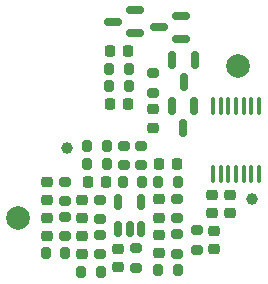
<source format=gbr>
%TF.GenerationSoftware,KiCad,Pcbnew,(6.0.1)*%
%TF.CreationDate,2023-02-09T13:33:18-07:00*%
%TF.ProjectId,NoteDetector,4e6f7465-4465-4746-9563-746f722e6b69,rev?*%
%TF.SameCoordinates,Original*%
%TF.FileFunction,Soldermask,Top*%
%TF.FilePolarity,Negative*%
%FSLAX46Y46*%
G04 Gerber Fmt 4.6, Leading zero omitted, Abs format (unit mm)*
G04 Created by KiCad (PCBNEW (6.0.1)) date 2023-02-09 13:33:18*
%MOMM*%
%LPD*%
G01*
G04 APERTURE LIST*
G04 Aperture macros list*
%AMRoundRect*
0 Rectangle with rounded corners*
0 $1 Rounding radius*
0 $2 $3 $4 $5 $6 $7 $8 $9 X,Y pos of 4 corners*
0 Add a 4 corners polygon primitive as box body*
4,1,4,$2,$3,$4,$5,$6,$7,$8,$9,$2,$3,0*
0 Add four circle primitives for the rounded corners*
1,1,$1+$1,$2,$3*
1,1,$1+$1,$4,$5*
1,1,$1+$1,$6,$7*
1,1,$1+$1,$8,$9*
0 Add four rect primitives between the rounded corners*
20,1,$1+$1,$2,$3,$4,$5,0*
20,1,$1+$1,$4,$5,$6,$7,0*
20,1,$1+$1,$6,$7,$8,$9,0*
20,1,$1+$1,$8,$9,$2,$3,0*%
G04 Aperture macros list end*
%ADD10RoundRect,0.200000X0.275000X-0.200000X0.275000X0.200000X-0.275000X0.200000X-0.275000X-0.200000X0*%
%ADD11RoundRect,0.225000X-0.250000X0.225000X-0.250000X-0.225000X0.250000X-0.225000X0.250000X0.225000X0*%
%ADD12RoundRect,0.200000X-0.200000X-0.275000X0.200000X-0.275000X0.200000X0.275000X-0.200000X0.275000X0*%
%ADD13RoundRect,0.200000X-0.275000X0.200000X-0.275000X-0.200000X0.275000X-0.200000X0.275000X0.200000X0*%
%ADD14RoundRect,0.225000X0.250000X-0.225000X0.250000X0.225000X-0.250000X0.225000X-0.250000X-0.225000X0*%
%ADD15C,1.000000*%
%ADD16RoundRect,0.225000X-0.225000X-0.250000X0.225000X-0.250000X0.225000X0.250000X-0.225000X0.250000X0*%
%ADD17RoundRect,0.225000X0.225000X0.250000X-0.225000X0.250000X-0.225000X-0.250000X0.225000X-0.250000X0*%
%ADD18RoundRect,0.200000X0.200000X0.275000X-0.200000X0.275000X-0.200000X-0.275000X0.200000X-0.275000X0*%
%ADD19RoundRect,0.150000X0.587500X0.150000X-0.587500X0.150000X-0.587500X-0.150000X0.587500X-0.150000X0*%
%ADD20RoundRect,0.150000X0.150000X-0.512500X0.150000X0.512500X-0.150000X0.512500X-0.150000X-0.512500X0*%
%ADD21RoundRect,0.150000X-0.150000X0.587500X-0.150000X-0.587500X0.150000X-0.587500X0.150000X0.587500X0*%
%ADD22C,2.000000*%
%ADD23RoundRect,0.100000X0.100000X-0.637500X0.100000X0.637500X-0.100000X0.637500X-0.100000X-0.637500X0*%
G04 APERTURE END LIST*
D10*
%TO.C,R7*%
X4136384Y-6450000D03*
X4136384Y-4800000D03*
%TD*%
D11*
%TO.C,C8*%
X-813616Y-9050000D03*
X-813616Y-10600000D03*
%TD*%
D12*
%TO.C,R11*%
X-438616Y-3375000D03*
X1211384Y-3375000D03*
%TD*%
D10*
%TO.C,R20*%
X2150000Y4175000D03*
X2150000Y5825000D03*
%TD*%
D13*
%TO.C,R16*%
X-2363616Y-4875000D03*
X-2363616Y-6525000D03*
%TD*%
D14*
%TO.C,C1*%
X-6838616Y-4950000D03*
X-6838616Y-3400000D03*
%TD*%
D15*
%TO.C,J2*%
X10500000Y-4850000D03*
%TD*%
D16*
%TO.C,C5*%
X-3388616Y-3375000D03*
X-1838616Y-3375000D03*
%TD*%
D13*
%TO.C,R12*%
X5800000Y-7475000D03*
X5800000Y-9125000D03*
%TD*%
D11*
%TO.C,C12*%
X7150000Y-4475000D03*
X7150000Y-6025000D03*
%TD*%
D13*
%TO.C,R17*%
X-2363616Y-7875000D03*
X-2363616Y-9525000D03*
%TD*%
D10*
%TO.C,R14*%
X686384Y-10650000D03*
X686384Y-9000000D03*
%TD*%
D17*
%TO.C,C7*%
X4161384Y-1875000D03*
X2611384Y-1875000D03*
%TD*%
D18*
%TO.C,R15*%
X-2313616Y-10975000D03*
X-3963616Y-10975000D03*
%TD*%
D12*
%TO.C,R18*%
X-1575000Y4700000D03*
X75000Y4700000D03*
%TD*%
D17*
%TO.C,C14*%
X25000Y7700000D03*
X-1525000Y7700000D03*
%TD*%
D11*
%TO.C,C11*%
X8650000Y-4475000D03*
X8650000Y-6025000D03*
%TD*%
D10*
%TO.C,R5*%
X-5338616Y-8000000D03*
X-5338616Y-6350000D03*
%TD*%
%TO.C,R4*%
X-5338616Y-5000000D03*
X-5338616Y-3350000D03*
%TD*%
D14*
%TO.C,C2*%
X-6838616Y-7950000D03*
X-6838616Y-6400000D03*
%TD*%
D12*
%TO.C,R3*%
X-3438616Y-1875000D03*
X-1788616Y-1875000D03*
%TD*%
D15*
%TO.C,J3*%
X-5200000Y-550000D03*
%TD*%
D14*
%TO.C,C9*%
X-3863616Y-6475000D03*
X-3863616Y-4925000D03*
%TD*%
D11*
%TO.C,C15*%
X2150000Y2775000D03*
X2150000Y1225000D03*
%TD*%
D19*
%TO.C,Q4*%
X4487500Y8750000D03*
X4487500Y10650000D03*
X2612500Y9700000D03*
%TD*%
D14*
%TO.C,C3*%
X2636384Y-6400000D03*
X2636384Y-4850000D03*
%TD*%
D18*
%TO.C,R19*%
X75000Y6200000D03*
X-1575000Y6200000D03*
%TD*%
D14*
%TO.C,C10*%
X-3863616Y-9475000D03*
X-3863616Y-7925000D03*
%TD*%
D19*
%TO.C,Q3*%
X587500Y9250000D03*
X587500Y11150000D03*
X-1287500Y10200000D03*
%TD*%
D20*
%TO.C,U1*%
X-813616Y-7387500D03*
X136384Y-7387500D03*
X1086384Y-7387500D03*
X1086384Y-5112500D03*
X-813616Y-5112500D03*
%TD*%
D16*
%TO.C,C13*%
X-1525000Y3200000D03*
X25000Y3200000D03*
%TD*%
D10*
%TO.C,R8*%
X4136384Y-9450000D03*
X4136384Y-7800000D03*
%TD*%
D21*
%TO.C,Q2*%
X5650000Y6937500D03*
X3750000Y6937500D03*
X4700000Y5062500D03*
%TD*%
D11*
%TO.C,C6*%
X7300000Y-7525000D03*
X7300000Y-9075000D03*
%TD*%
D22*
%TO.C,J5*%
X-9300000Y-6400000D03*
%TD*%
D12*
%TO.C,R13*%
X2561384Y-3375000D03*
X4211384Y-3375000D03*
%TD*%
D22*
%TO.C,J4*%
X9300000Y6400000D03*
%TD*%
D13*
%TO.C,R9*%
X1136384Y-300000D03*
X1136384Y-1950000D03*
%TD*%
D14*
%TO.C,C4*%
X2636384Y-9400000D03*
X2636384Y-7850000D03*
%TD*%
D12*
%TO.C,R1*%
X-3438616Y-375000D03*
X-1788616Y-375000D03*
%TD*%
D18*
%TO.C,R6*%
X4211384Y-10875000D03*
X2561384Y-10875000D03*
%TD*%
D21*
%TO.C,Q1*%
X5600000Y3037500D03*
X3700000Y3037500D03*
X4650000Y1162500D03*
%TD*%
D23*
%TO.C,U2*%
X7200000Y-2712500D03*
X7850000Y-2712500D03*
X8500000Y-2712500D03*
X9150000Y-2712500D03*
X9800000Y-2712500D03*
X10450000Y-2712500D03*
X11100000Y-2712500D03*
X11100000Y3012500D03*
X10450000Y3012500D03*
X9800000Y3012500D03*
X9150000Y3012500D03*
X8500000Y3012500D03*
X7850000Y3012500D03*
X7200000Y3012500D03*
%TD*%
D18*
%TO.C,R2*%
X-5326116Y-9425000D03*
X-6976116Y-9425000D03*
%TD*%
D10*
%TO.C,R10*%
X-363616Y-1950000D03*
X-363616Y-300000D03*
%TD*%
M02*

</source>
